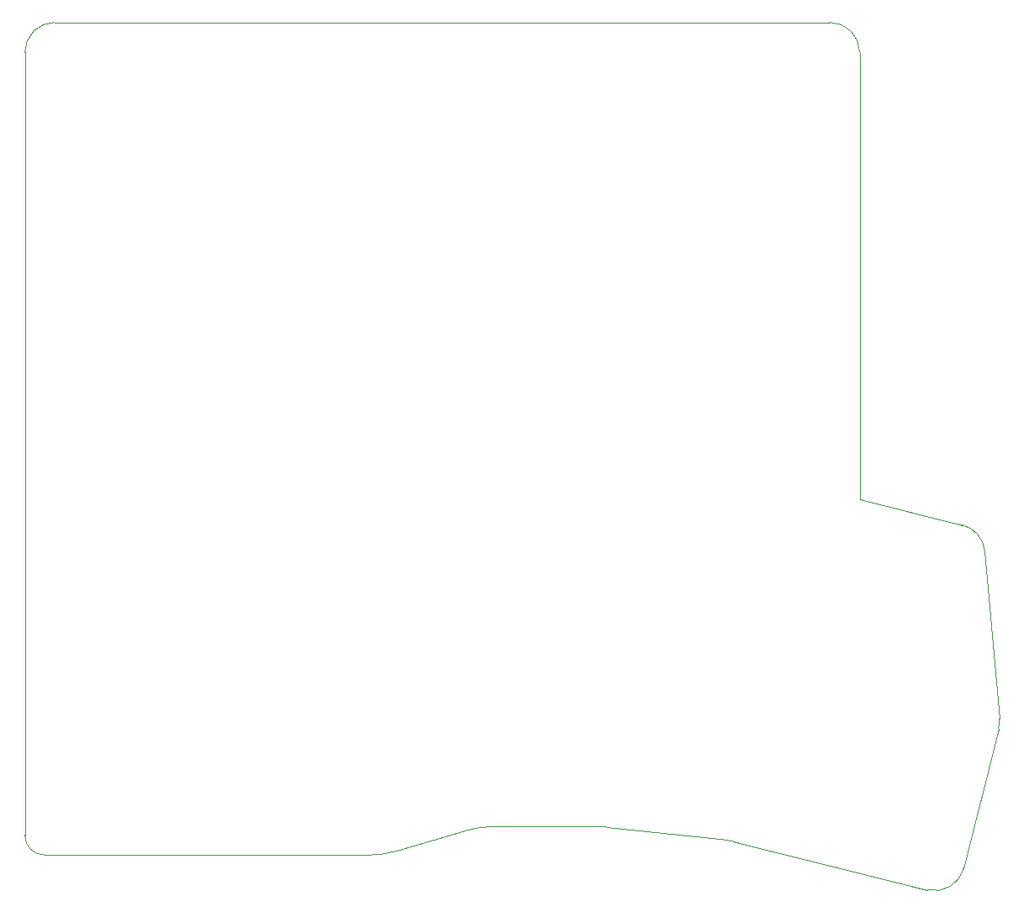
<source format=gko>
%TF.GenerationSoftware,KiCad,Pcbnew,(6.0.6)*%
%TF.CreationDate,2022-11-03T11:36:34+09:00*%
%TF.ProjectId,bottom_plate__split-mini,626f7474-6f6d-45f7-906c-6174655f5f73,rev?*%
%TF.SameCoordinates,Original*%
%TF.FileFunction,Profile,NP*%
%FSLAX46Y46*%
G04 Gerber Fmt 4.6, Leading zero omitted, Abs format (unit mm)*
G04 Created by KiCad (PCBNEW (6.0.6)) date 2022-11-03 11:36:34*
%MOMM*%
%LPD*%
G01*
G04 APERTURE LIST*
%TA.AperFunction,Profile*%
%ADD10C,0.100000*%
%TD*%
G04 APERTURE END LIST*
D10*
X116123324Y-72166634D02*
G75*
G03*
X113860370Y-69515158I-2988724J-259366D01*
G01*
X103530843Y-66939718D02*
X113860370Y-69515158D01*
X110364219Y-106260861D02*
G75*
G03*
X114000870Y-104075745I725781J2910861D01*
G01*
X21530843Y-102768057D02*
X45530843Y-102768057D01*
X78079754Y-99947838D02*
X89423885Y-101140154D01*
X66703035Y-99893057D02*
X77034469Y-99893057D01*
X45530843Y-102768057D02*
X54083652Y-102768057D01*
X56918659Y-102357777D02*
X63868027Y-100303337D01*
X19530843Y-21893057D02*
X19530843Y-100768057D01*
X117508504Y-90007398D02*
G75*
G03*
X117586379Y-89022217I-2911304J725798D01*
G01*
X103530843Y-21893057D02*
G75*
G03*
X100530843Y-18893057I-3000043J-43D01*
G01*
X78079754Y-99947841D02*
G75*
G03*
X77034469Y-99893057I-1045254J-9944059D01*
G01*
X54083652Y-102768065D02*
G75*
G03*
X56918659Y-102357777I-52J10000165D01*
G01*
X66703035Y-99893053D02*
G75*
G03*
X63868027Y-100303337I65J-10000347D01*
G01*
X22530843Y-18893063D02*
G75*
G03*
X19530843Y-21893057I-3J-2999997D01*
G01*
X114000870Y-104075745D02*
X117508503Y-90007398D01*
X90797818Y-101382418D02*
G75*
G03*
X89423885Y-101140154I-2419118J-9702282D01*
G01*
X19530843Y-100768057D02*
G75*
G03*
X21530843Y-102768057I1999997J-3D01*
G01*
X90797819Y-101382416D02*
X110364217Y-106260867D01*
X100530843Y-18893057D02*
X22530843Y-18893057D01*
X103530843Y-66939718D02*
X103530843Y-21893057D01*
X116123367Y-72166630D02*
X117586379Y-89022217D01*
M02*

</source>
